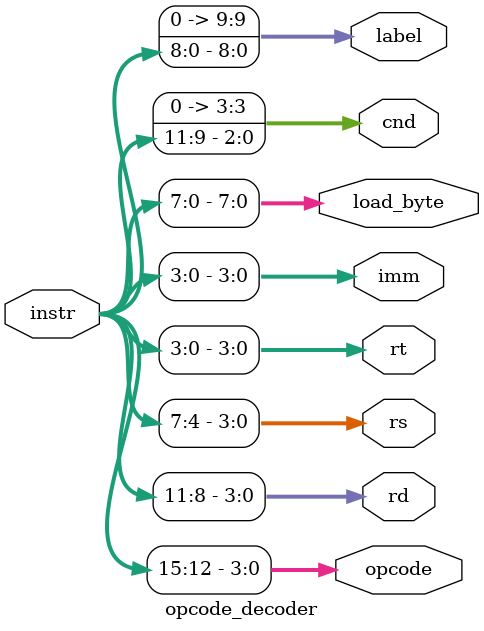
<source format=v>
module opcode_decoder(
	input [15:0] instr,
	output [3:0] opcode,
	output [3:0] rd,
	output [3:0] rs,
	output [3:0] rt,
	output [3:0] imm,
	output [7:0] load_byte,
	output [3:0] cnd,
	output [9:0] label
);

localparam ADD = 4'b0000;
localparam SUB = 4'b0001;
localparam XOR = 4'b0010;
localparam RED = 4'b0011;
localparam SLL = 4'b0100;
localparam SRA = 4'b0101;
localparam ROR = 4'b0110;
localparam PADDSB = 4'b0111;
localparam LW = 4'b1000;
localparam SW = 4'b1001;
localparam LLB = 4'b1010;
localparam LHB = 4'b1011;
localparam B = 4'b1100;
localparam BR = 4'b1101;
localparam PCS = 4'b1110;
localparam HLT = 4'b1111;

assign opcode = instr[15:12];
assign rd = instr[11:8];
assign rs = instr[7:4];
assign rt = instr[3:0];
assign load_byte = instr[7:0];
assign imm = instr[3:0];
assign cnd = instr[11:9];
assign label = instr[8:0];


endmodule

</source>
